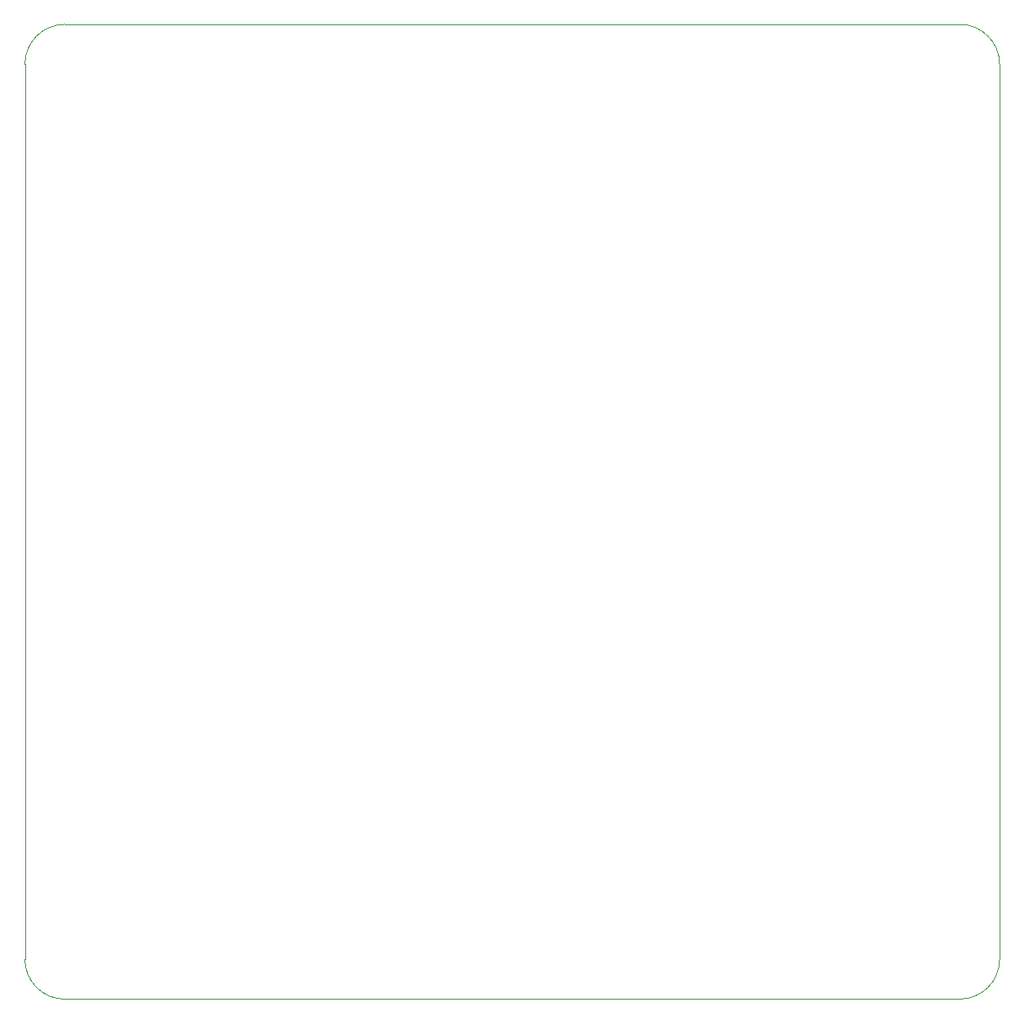
<source format=gbr>
%TF.GenerationSoftware,KiCad,Pcbnew,7.0.2*%
%TF.CreationDate,2024-05-02T17:55:26+09:00*%
%TF.ProjectId,DD_v6,44445f76-362e-46b6-9963-61645f706362,rev?*%
%TF.SameCoordinates,Original*%
%TF.FileFunction,Profile,NP*%
%FSLAX46Y46*%
G04 Gerber Fmt 4.6, Leading zero omitted, Abs format (unit mm)*
G04 Created by KiCad (PCBNEW 7.0.2) date 2024-05-02 17:55:26*
%MOMM*%
%LPD*%
G01*
G04 APERTURE LIST*
%TA.AperFunction,Profile*%
%ADD10C,0.100000*%
%TD*%
G04 APERTURE END LIST*
D10*
X192000000Y-68000000D02*
X102000000Y-68000000D01*
X98000000Y-72000000D02*
X98000000Y-162000000D01*
X102000000Y-68000000D02*
G75*
G03*
X98000000Y-72000000I0J-4000000D01*
G01*
X196000000Y-72000000D02*
G75*
G03*
X192000000Y-68000000I-4000000J0D01*
G01*
X192000000Y-166000000D02*
G75*
G03*
X196000000Y-162000000I0J4000000D01*
G01*
X196000000Y-162000000D02*
X196000000Y-72000000D01*
X98000000Y-162000000D02*
G75*
G03*
X102000000Y-166000000I4000000J0D01*
G01*
X102000000Y-166000000D02*
X192000000Y-166000000D01*
M02*

</source>
